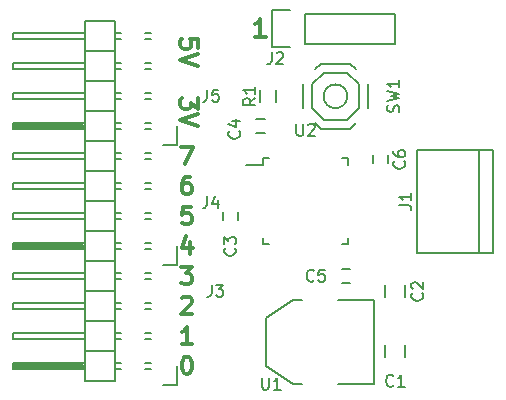
<source format=gbr>
G04 #@! TF.FileFunction,Legend,Top*
%FSLAX46Y46*%
G04 Gerber Fmt 4.6, Leading zero omitted, Abs format (unit mm)*
G04 Created by KiCad (PCBNEW 4.0.6) date Tue Apr 25 22:47:00 2017*
%MOMM*%
%LPD*%
G01*
G04 APERTURE LIST*
%ADD10C,0.100000*%
%ADD11C,0.300000*%
%ADD12C,0.150000*%
G04 APERTURE END LIST*
D10*
D11*
X166163572Y-73703571D02*
X165306429Y-73703571D01*
X165735001Y-73703571D02*
X165735001Y-72203571D01*
X165592144Y-72417857D01*
X165449286Y-72560714D01*
X165306429Y-72632143D01*
X160460429Y-74644287D02*
X160460429Y-73930001D01*
X159746143Y-73858572D01*
X159817571Y-73930001D01*
X159889000Y-74072858D01*
X159889000Y-74430001D01*
X159817571Y-74572858D01*
X159746143Y-74644287D01*
X159603286Y-74715715D01*
X159246143Y-74715715D01*
X159103286Y-74644287D01*
X159031857Y-74572858D01*
X158960429Y-74430001D01*
X158960429Y-74072858D01*
X159031857Y-73930001D01*
X159103286Y-73858572D01*
X160460429Y-75144286D02*
X158960429Y-75644286D01*
X160460429Y-76144286D01*
X160460429Y-78867144D02*
X160460429Y-79795715D01*
X159889000Y-79295715D01*
X159889000Y-79510001D01*
X159817571Y-79652858D01*
X159746143Y-79724287D01*
X159603286Y-79795715D01*
X159246143Y-79795715D01*
X159103286Y-79724287D01*
X159031857Y-79652858D01*
X158960429Y-79510001D01*
X158960429Y-79081429D01*
X159031857Y-78938572D01*
X159103286Y-78867144D01*
X160460429Y-80224286D02*
X158960429Y-80724286D01*
X160460429Y-81224286D01*
X159012001Y-82998571D02*
X160012001Y-82998571D01*
X159369144Y-84498571D01*
X159797715Y-85538571D02*
X159512001Y-85538571D01*
X159369144Y-85610000D01*
X159297715Y-85681429D01*
X159154858Y-85895714D01*
X159083429Y-86181429D01*
X159083429Y-86752857D01*
X159154858Y-86895714D01*
X159226286Y-86967143D01*
X159369144Y-87038571D01*
X159654858Y-87038571D01*
X159797715Y-86967143D01*
X159869144Y-86895714D01*
X159940572Y-86752857D01*
X159940572Y-86395714D01*
X159869144Y-86252857D01*
X159797715Y-86181429D01*
X159654858Y-86110000D01*
X159369144Y-86110000D01*
X159226286Y-86181429D01*
X159154858Y-86252857D01*
X159083429Y-86395714D01*
X159869144Y-88078571D02*
X159154858Y-88078571D01*
X159083429Y-88792857D01*
X159154858Y-88721429D01*
X159297715Y-88650000D01*
X159654858Y-88650000D01*
X159797715Y-88721429D01*
X159869144Y-88792857D01*
X159940572Y-88935714D01*
X159940572Y-89292857D01*
X159869144Y-89435714D01*
X159797715Y-89507143D01*
X159654858Y-89578571D01*
X159297715Y-89578571D01*
X159154858Y-89507143D01*
X159083429Y-89435714D01*
X159797715Y-91118571D02*
X159797715Y-92118571D01*
X159440572Y-90547143D02*
X159083429Y-91618571D01*
X160012001Y-91618571D01*
X159012001Y-93158571D02*
X159940572Y-93158571D01*
X159440572Y-93730000D01*
X159654858Y-93730000D01*
X159797715Y-93801429D01*
X159869144Y-93872857D01*
X159940572Y-94015714D01*
X159940572Y-94372857D01*
X159869144Y-94515714D01*
X159797715Y-94587143D01*
X159654858Y-94658571D01*
X159226286Y-94658571D01*
X159083429Y-94587143D01*
X159012001Y-94515714D01*
X159083429Y-95841429D02*
X159154858Y-95770000D01*
X159297715Y-95698571D01*
X159654858Y-95698571D01*
X159797715Y-95770000D01*
X159869144Y-95841429D01*
X159940572Y-95984286D01*
X159940572Y-96127143D01*
X159869144Y-96341429D01*
X159012001Y-97198571D01*
X159940572Y-97198571D01*
X159940572Y-99738571D02*
X159083429Y-99738571D01*
X159512001Y-99738571D02*
X159512001Y-98238571D01*
X159369144Y-98452857D01*
X159226286Y-98595714D01*
X159083429Y-98667143D01*
X159440572Y-100778571D02*
X159583429Y-100778571D01*
X159726286Y-100850000D01*
X159797715Y-100921429D01*
X159869144Y-101064286D01*
X159940572Y-101350000D01*
X159940572Y-101707143D01*
X159869144Y-101992857D01*
X159797715Y-102135714D01*
X159726286Y-102207143D01*
X159583429Y-102278571D01*
X159440572Y-102278571D01*
X159297715Y-102207143D01*
X159226286Y-102135714D01*
X159154858Y-101992857D01*
X159083429Y-101707143D01*
X159083429Y-101350000D01*
X159154858Y-101064286D01*
X159226286Y-100921429D01*
X159297715Y-100850000D01*
X159440572Y-100778571D01*
D12*
X176315000Y-99830000D02*
X176315000Y-100830000D01*
X178015000Y-100830000D02*
X178015000Y-99830000D01*
X178015000Y-95750000D02*
X178015000Y-94750000D01*
X176315000Y-94750000D02*
X176315000Y-95750000D01*
X162595000Y-89250000D02*
X162595000Y-88550000D01*
X163795000Y-88550000D02*
X163795000Y-89250000D01*
X165385000Y-80680000D02*
X166085000Y-80680000D01*
X166085000Y-81880000D02*
X165385000Y-81880000D01*
X173324000Y-94580000D02*
X172624000Y-94580000D01*
X172624000Y-93380000D02*
X173324000Y-93380000D01*
X176495000Y-83724000D02*
X176495000Y-84424000D01*
X175295000Y-84424000D02*
X175295000Y-83724000D01*
X185427460Y-91980900D02*
X185427460Y-83280900D01*
X179022460Y-91980900D02*
X179022460Y-83280900D01*
X179022460Y-83280900D02*
X185427460Y-83280900D01*
X184197460Y-83280900D02*
X184197460Y-91980900D01*
X185427460Y-91980900D02*
X179022460Y-91980900D01*
X169545000Y-74295000D02*
X177165000Y-74295000D01*
X169545000Y-71755000D02*
X177165000Y-71755000D01*
X166725000Y-71475000D02*
X168275000Y-71475000D01*
X177165000Y-74295000D02*
X177165000Y-71755000D01*
X169545000Y-71755000D02*
X169545000Y-74295000D01*
X168275000Y-74575000D02*
X166725000Y-74575000D01*
X166725000Y-74575000D02*
X166725000Y-71475000D01*
X157480000Y-103150000D02*
X158630000Y-103150000D01*
X158630000Y-103150000D02*
X158630000Y-101600000D01*
X155956000Y-93726000D02*
X156464000Y-93726000D01*
X155956000Y-94234000D02*
X156464000Y-94234000D01*
X155956000Y-96266000D02*
X156464000Y-96266000D01*
X155956000Y-96774000D02*
X156464000Y-96774000D01*
X155956000Y-98806000D02*
X156464000Y-98806000D01*
X155956000Y-99314000D02*
X156464000Y-99314000D01*
X155956000Y-101346000D02*
X156464000Y-101346000D01*
X155956000Y-101854000D02*
X156464000Y-101854000D01*
X153416000Y-101854000D02*
X153924000Y-101854000D01*
X153416000Y-101346000D02*
X153924000Y-101346000D01*
X153416000Y-99314000D02*
X153924000Y-99314000D01*
X153416000Y-98806000D02*
X153924000Y-98806000D01*
X153416000Y-93726000D02*
X153924000Y-93726000D01*
X153416000Y-94234000D02*
X153924000Y-94234000D01*
X153416000Y-96266000D02*
X153924000Y-96266000D01*
X153416000Y-96774000D02*
X153924000Y-96774000D01*
X150876000Y-101727000D02*
X144907000Y-101727000D01*
X144907000Y-101727000D02*
X144907000Y-101473000D01*
X144907000Y-101473000D02*
X150749000Y-101473000D01*
X150749000Y-101473000D02*
X150749000Y-101600000D01*
X150749000Y-101600000D02*
X144907000Y-101600000D01*
X153416000Y-92710000D02*
X150876000Y-92710000D01*
X153416000Y-97790000D02*
X150876000Y-97790000D01*
X153416000Y-97790000D02*
X153416000Y-95250000D01*
X153416000Y-95250000D02*
X150876000Y-95250000D01*
X150876000Y-96774000D02*
X144780000Y-96774000D01*
X144780000Y-96774000D02*
X144780000Y-96266000D01*
X144780000Y-96266000D02*
X150876000Y-96266000D01*
X150876000Y-95250000D02*
X150876000Y-97790000D01*
X150876000Y-92710000D02*
X150876000Y-95250000D01*
X144780000Y-93726000D02*
X150876000Y-93726000D01*
X144780000Y-94234000D02*
X144780000Y-93726000D01*
X150876000Y-94234000D02*
X144780000Y-94234000D01*
X153416000Y-92710000D02*
X150876000Y-92710000D01*
X153416000Y-95250000D02*
X153416000Y-92710000D01*
X153416000Y-95250000D02*
X150876000Y-95250000D01*
X153416000Y-100330000D02*
X150876000Y-100330000D01*
X153416000Y-100330000D02*
X153416000Y-97790000D01*
X153416000Y-97790000D02*
X150876000Y-97790000D01*
X150876000Y-99314000D02*
X144780000Y-99314000D01*
X144780000Y-99314000D02*
X144780000Y-98806000D01*
X144780000Y-98806000D02*
X150876000Y-98806000D01*
X150876000Y-97790000D02*
X150876000Y-100330000D01*
X150876000Y-100330000D02*
X150876000Y-102870000D01*
X144780000Y-101346000D02*
X150876000Y-101346000D01*
X144780000Y-101854000D02*
X144780000Y-101346000D01*
X150876000Y-101854000D02*
X144780000Y-101854000D01*
X153416000Y-100330000D02*
X150876000Y-100330000D01*
X153416000Y-102870000D02*
X153416000Y-100330000D01*
X153416000Y-102870000D02*
X150876000Y-102870000D01*
X157480000Y-92990000D02*
X158630000Y-92990000D01*
X158630000Y-92990000D02*
X158630000Y-91440000D01*
X155956000Y-83566000D02*
X156464000Y-83566000D01*
X155956000Y-84074000D02*
X156464000Y-84074000D01*
X155956000Y-86106000D02*
X156464000Y-86106000D01*
X155956000Y-86614000D02*
X156464000Y-86614000D01*
X155956000Y-88646000D02*
X156464000Y-88646000D01*
X155956000Y-89154000D02*
X156464000Y-89154000D01*
X155956000Y-91186000D02*
X156464000Y-91186000D01*
X155956000Y-91694000D02*
X156464000Y-91694000D01*
X153416000Y-91694000D02*
X153924000Y-91694000D01*
X153416000Y-91186000D02*
X153924000Y-91186000D01*
X153416000Y-89154000D02*
X153924000Y-89154000D01*
X153416000Y-88646000D02*
X153924000Y-88646000D01*
X153416000Y-83566000D02*
X153924000Y-83566000D01*
X153416000Y-84074000D02*
X153924000Y-84074000D01*
X153416000Y-86106000D02*
X153924000Y-86106000D01*
X153416000Y-86614000D02*
X153924000Y-86614000D01*
X150876000Y-91567000D02*
X144907000Y-91567000D01*
X144907000Y-91567000D02*
X144907000Y-91313000D01*
X144907000Y-91313000D02*
X150749000Y-91313000D01*
X150749000Y-91313000D02*
X150749000Y-91440000D01*
X150749000Y-91440000D02*
X144907000Y-91440000D01*
X153416000Y-82550000D02*
X150876000Y-82550000D01*
X153416000Y-87630000D02*
X150876000Y-87630000D01*
X153416000Y-87630000D02*
X153416000Y-85090000D01*
X153416000Y-85090000D02*
X150876000Y-85090000D01*
X150876000Y-86614000D02*
X144780000Y-86614000D01*
X144780000Y-86614000D02*
X144780000Y-86106000D01*
X144780000Y-86106000D02*
X150876000Y-86106000D01*
X150876000Y-85090000D02*
X150876000Y-87630000D01*
X150876000Y-82550000D02*
X150876000Y-85090000D01*
X144780000Y-83566000D02*
X150876000Y-83566000D01*
X144780000Y-84074000D02*
X144780000Y-83566000D01*
X150876000Y-84074000D02*
X144780000Y-84074000D01*
X153416000Y-82550000D02*
X150876000Y-82550000D01*
X153416000Y-85090000D02*
X153416000Y-82550000D01*
X153416000Y-85090000D02*
X150876000Y-85090000D01*
X153416000Y-90170000D02*
X150876000Y-90170000D01*
X153416000Y-90170000D02*
X153416000Y-87630000D01*
X153416000Y-87630000D02*
X150876000Y-87630000D01*
X150876000Y-89154000D02*
X144780000Y-89154000D01*
X144780000Y-89154000D02*
X144780000Y-88646000D01*
X144780000Y-88646000D02*
X150876000Y-88646000D01*
X150876000Y-87630000D02*
X150876000Y-90170000D01*
X150876000Y-90170000D02*
X150876000Y-92710000D01*
X144780000Y-91186000D02*
X150876000Y-91186000D01*
X144780000Y-91694000D02*
X144780000Y-91186000D01*
X150876000Y-91694000D02*
X144780000Y-91694000D01*
X153416000Y-90170000D02*
X150876000Y-90170000D01*
X153416000Y-92710000D02*
X153416000Y-90170000D01*
X153416000Y-92710000D02*
X150876000Y-92710000D01*
X157480000Y-82830000D02*
X158630000Y-82830000D01*
X158630000Y-82830000D02*
X158630000Y-81280000D01*
X155956000Y-73406000D02*
X156464000Y-73406000D01*
X155956000Y-73914000D02*
X156464000Y-73914000D01*
X155956000Y-75946000D02*
X156464000Y-75946000D01*
X155956000Y-76454000D02*
X156464000Y-76454000D01*
X155956000Y-78486000D02*
X156464000Y-78486000D01*
X155956000Y-78994000D02*
X156464000Y-78994000D01*
X155956000Y-81026000D02*
X156464000Y-81026000D01*
X155956000Y-81534000D02*
X156464000Y-81534000D01*
X153416000Y-81534000D02*
X153924000Y-81534000D01*
X153416000Y-81026000D02*
X153924000Y-81026000D01*
X153416000Y-78994000D02*
X153924000Y-78994000D01*
X153416000Y-78486000D02*
X153924000Y-78486000D01*
X153416000Y-73406000D02*
X153924000Y-73406000D01*
X153416000Y-73914000D02*
X153924000Y-73914000D01*
X153416000Y-75946000D02*
X153924000Y-75946000D01*
X153416000Y-76454000D02*
X153924000Y-76454000D01*
X150876000Y-81407000D02*
X144907000Y-81407000D01*
X144907000Y-81407000D02*
X144907000Y-81153000D01*
X144907000Y-81153000D02*
X150749000Y-81153000D01*
X150749000Y-81153000D02*
X150749000Y-81280000D01*
X150749000Y-81280000D02*
X144907000Y-81280000D01*
X153416000Y-72390000D02*
X150876000Y-72390000D01*
X153416000Y-77470000D02*
X150876000Y-77470000D01*
X153416000Y-77470000D02*
X153416000Y-74930000D01*
X153416000Y-74930000D02*
X150876000Y-74930000D01*
X150876000Y-76454000D02*
X144780000Y-76454000D01*
X144780000Y-76454000D02*
X144780000Y-75946000D01*
X144780000Y-75946000D02*
X150876000Y-75946000D01*
X150876000Y-74930000D02*
X150876000Y-77470000D01*
X150876000Y-72390000D02*
X150876000Y-74930000D01*
X144780000Y-73406000D02*
X150876000Y-73406000D01*
X144780000Y-73914000D02*
X144780000Y-73406000D01*
X150876000Y-73914000D02*
X144780000Y-73914000D01*
X153416000Y-72390000D02*
X150876000Y-72390000D01*
X153416000Y-74930000D02*
X153416000Y-72390000D01*
X153416000Y-74930000D02*
X150876000Y-74930000D01*
X153416000Y-80010000D02*
X150876000Y-80010000D01*
X153416000Y-80010000D02*
X153416000Y-77470000D01*
X153416000Y-77470000D02*
X150876000Y-77470000D01*
X150876000Y-78994000D02*
X144780000Y-78994000D01*
X144780000Y-78994000D02*
X144780000Y-78486000D01*
X144780000Y-78486000D02*
X150876000Y-78486000D01*
X150876000Y-77470000D02*
X150876000Y-80010000D01*
X150876000Y-80010000D02*
X150876000Y-82550000D01*
X144780000Y-81026000D02*
X150876000Y-81026000D01*
X144780000Y-81534000D02*
X144780000Y-81026000D01*
X150876000Y-81534000D02*
X144780000Y-81534000D01*
X153416000Y-80010000D02*
X150876000Y-80010000D01*
X153416000Y-82550000D02*
X153416000Y-80010000D01*
X153416000Y-82550000D02*
X150876000Y-82550000D01*
X165695000Y-79240000D02*
X165695000Y-78240000D01*
X167045000Y-78240000D02*
X167045000Y-79240000D01*
X173785000Y-76440000D02*
X173335000Y-75990000D01*
X170385000Y-76440000D02*
X170835000Y-75990000D01*
X170385000Y-81040000D02*
X170835000Y-81490000D01*
X173785000Y-81040000D02*
X173335000Y-81490000D01*
X174085000Y-79740000D02*
X173085000Y-80740000D01*
X173085000Y-80740000D02*
X171085000Y-80740000D01*
X171085000Y-80740000D02*
X170085000Y-79740000D01*
X170085000Y-79740000D02*
X170085000Y-77740000D01*
X170085000Y-77740000D02*
X171085000Y-76740000D01*
X171085000Y-76740000D02*
X173085000Y-76740000D01*
X173085000Y-76740000D02*
X174085000Y-77740000D01*
X174085000Y-77740000D02*
X174085000Y-79740000D01*
X169335000Y-79740000D02*
X169335000Y-77740000D01*
X173335000Y-75990000D02*
X170835000Y-75990000D01*
X174835000Y-79740000D02*
X174835000Y-77740000D01*
X173335000Y-81490000D02*
X170835000Y-81490000D01*
X173085000Y-78740000D02*
G75*
G03X173085000Y-78740000I-1000000J0D01*
G01*
X172339000Y-103124000D02*
X175387000Y-103124000D01*
X175387000Y-103124000D02*
X175387000Y-96012000D01*
X175387000Y-96012000D02*
X172339000Y-96012000D01*
X169291000Y-103124000D02*
X168529000Y-103124000D01*
X168529000Y-103124000D02*
X166243000Y-101600000D01*
X166243000Y-101600000D02*
X166243000Y-97536000D01*
X166243000Y-97536000D02*
X168529000Y-96012000D01*
X168529000Y-96012000D02*
X169291000Y-96012000D01*
X165920000Y-84005000D02*
X165920000Y-84530000D01*
X173170000Y-84005000D02*
X173170000Y-84530000D01*
X173170000Y-91255000D02*
X173170000Y-90730000D01*
X165920000Y-91255000D02*
X165920000Y-90730000D01*
X165920000Y-84005000D02*
X166445000Y-84005000D01*
X165920000Y-91255000D02*
X166445000Y-91255000D01*
X173170000Y-91255000D02*
X172645000Y-91255000D01*
X173170000Y-84005000D02*
X172645000Y-84005000D01*
X165920000Y-84530000D02*
X164545000Y-84530000D01*
X176998334Y-103227143D02*
X176950715Y-103274762D01*
X176807858Y-103322381D01*
X176712620Y-103322381D01*
X176569762Y-103274762D01*
X176474524Y-103179524D01*
X176426905Y-103084286D01*
X176379286Y-102893810D01*
X176379286Y-102750952D01*
X176426905Y-102560476D01*
X176474524Y-102465238D01*
X176569762Y-102370000D01*
X176712620Y-102322381D01*
X176807858Y-102322381D01*
X176950715Y-102370000D01*
X176998334Y-102417619D01*
X177950715Y-103322381D02*
X177379286Y-103322381D01*
X177665000Y-103322381D02*
X177665000Y-102322381D01*
X177569762Y-102465238D01*
X177474524Y-102560476D01*
X177379286Y-102608095D01*
X179427143Y-95416666D02*
X179474762Y-95464285D01*
X179522381Y-95607142D01*
X179522381Y-95702380D01*
X179474762Y-95845238D01*
X179379524Y-95940476D01*
X179284286Y-95988095D01*
X179093810Y-96035714D01*
X178950952Y-96035714D01*
X178760476Y-95988095D01*
X178665238Y-95940476D01*
X178570000Y-95845238D01*
X178522381Y-95702380D01*
X178522381Y-95607142D01*
X178570000Y-95464285D01*
X178617619Y-95416666D01*
X178617619Y-95035714D02*
X178570000Y-94988095D01*
X178522381Y-94892857D01*
X178522381Y-94654761D01*
X178570000Y-94559523D01*
X178617619Y-94511904D01*
X178712857Y-94464285D01*
X178808095Y-94464285D01*
X178950952Y-94511904D01*
X179522381Y-95083333D01*
X179522381Y-94464285D01*
X163552143Y-91606666D02*
X163599762Y-91654285D01*
X163647381Y-91797142D01*
X163647381Y-91892380D01*
X163599762Y-92035238D01*
X163504524Y-92130476D01*
X163409286Y-92178095D01*
X163218810Y-92225714D01*
X163075952Y-92225714D01*
X162885476Y-92178095D01*
X162790238Y-92130476D01*
X162695000Y-92035238D01*
X162647381Y-91892380D01*
X162647381Y-91797142D01*
X162695000Y-91654285D01*
X162742619Y-91606666D01*
X162647381Y-91273333D02*
X162647381Y-90654285D01*
X163028333Y-90987619D01*
X163028333Y-90844761D01*
X163075952Y-90749523D01*
X163123571Y-90701904D01*
X163218810Y-90654285D01*
X163456905Y-90654285D01*
X163552143Y-90701904D01*
X163599762Y-90749523D01*
X163647381Y-90844761D01*
X163647381Y-91130476D01*
X163599762Y-91225714D01*
X163552143Y-91273333D01*
X163933143Y-81700666D02*
X163980762Y-81748285D01*
X164028381Y-81891142D01*
X164028381Y-81986380D01*
X163980762Y-82129238D01*
X163885524Y-82224476D01*
X163790286Y-82272095D01*
X163599810Y-82319714D01*
X163456952Y-82319714D01*
X163266476Y-82272095D01*
X163171238Y-82224476D01*
X163076000Y-82129238D01*
X163028381Y-81986380D01*
X163028381Y-81891142D01*
X163076000Y-81748285D01*
X163123619Y-81700666D01*
X163361714Y-80843523D02*
X164028381Y-80843523D01*
X162980762Y-81081619D02*
X163695048Y-81319714D01*
X163695048Y-80700666D01*
X170267334Y-94337143D02*
X170219715Y-94384762D01*
X170076858Y-94432381D01*
X169981620Y-94432381D01*
X169838762Y-94384762D01*
X169743524Y-94289524D01*
X169695905Y-94194286D01*
X169648286Y-94003810D01*
X169648286Y-93860952D01*
X169695905Y-93670476D01*
X169743524Y-93575238D01*
X169838762Y-93480000D01*
X169981620Y-93432381D01*
X170076858Y-93432381D01*
X170219715Y-93480000D01*
X170267334Y-93527619D01*
X171172096Y-93432381D02*
X170695905Y-93432381D01*
X170648286Y-93908571D01*
X170695905Y-93860952D01*
X170791143Y-93813333D01*
X171029239Y-93813333D01*
X171124477Y-93860952D01*
X171172096Y-93908571D01*
X171219715Y-94003810D01*
X171219715Y-94241905D01*
X171172096Y-94337143D01*
X171124477Y-94384762D01*
X171029239Y-94432381D01*
X170791143Y-94432381D01*
X170695905Y-94384762D01*
X170648286Y-94337143D01*
X177903143Y-84240666D02*
X177950762Y-84288285D01*
X177998381Y-84431142D01*
X177998381Y-84526380D01*
X177950762Y-84669238D01*
X177855524Y-84764476D01*
X177760286Y-84812095D01*
X177569810Y-84859714D01*
X177426952Y-84859714D01*
X177236476Y-84812095D01*
X177141238Y-84764476D01*
X177046000Y-84669238D01*
X176998381Y-84526380D01*
X176998381Y-84431142D01*
X177046000Y-84288285D01*
X177093619Y-84240666D01*
X176998381Y-83383523D02*
X176998381Y-83574000D01*
X177046000Y-83669238D01*
X177093619Y-83716857D01*
X177236476Y-83812095D01*
X177426952Y-83859714D01*
X177807905Y-83859714D01*
X177903143Y-83812095D01*
X177950762Y-83764476D01*
X177998381Y-83669238D01*
X177998381Y-83478761D01*
X177950762Y-83383523D01*
X177903143Y-83335904D01*
X177807905Y-83288285D01*
X177569810Y-83288285D01*
X177474571Y-83335904D01*
X177426952Y-83383523D01*
X177379333Y-83478761D01*
X177379333Y-83669238D01*
X177426952Y-83764476D01*
X177474571Y-83812095D01*
X177569810Y-83859714D01*
X177506381Y-87963333D02*
X178220667Y-87963333D01*
X178363524Y-88010953D01*
X178458762Y-88106191D01*
X178506381Y-88249048D01*
X178506381Y-88344286D01*
X178506381Y-86963333D02*
X178506381Y-87534762D01*
X178506381Y-87249048D02*
X177506381Y-87249048D01*
X177649238Y-87344286D01*
X177744476Y-87439524D01*
X177792095Y-87534762D01*
X166671667Y-75017381D02*
X166671667Y-75731667D01*
X166624047Y-75874524D01*
X166528809Y-75969762D01*
X166385952Y-76017381D01*
X166290714Y-76017381D01*
X167100238Y-75112619D02*
X167147857Y-75065000D01*
X167243095Y-75017381D01*
X167481191Y-75017381D01*
X167576429Y-75065000D01*
X167624048Y-75112619D01*
X167671667Y-75207857D01*
X167671667Y-75303095D01*
X167624048Y-75445952D01*
X167052619Y-76017381D01*
X167671667Y-76017381D01*
X161591667Y-94702381D02*
X161591667Y-95416667D01*
X161544047Y-95559524D01*
X161448809Y-95654762D01*
X161305952Y-95702381D01*
X161210714Y-95702381D01*
X161972619Y-94702381D02*
X162591667Y-94702381D01*
X162258333Y-95083333D01*
X162401191Y-95083333D01*
X162496429Y-95130952D01*
X162544048Y-95178571D01*
X162591667Y-95273810D01*
X162591667Y-95511905D01*
X162544048Y-95607143D01*
X162496429Y-95654762D01*
X162401191Y-95702381D01*
X162115476Y-95702381D01*
X162020238Y-95654762D01*
X161972619Y-95607143D01*
X161210667Y-87209381D02*
X161210667Y-87923667D01*
X161163047Y-88066524D01*
X161067809Y-88161762D01*
X160924952Y-88209381D01*
X160829714Y-88209381D01*
X162115429Y-87542714D02*
X162115429Y-88209381D01*
X161877333Y-87161762D02*
X161639238Y-87876048D01*
X162258286Y-87876048D01*
X161210667Y-78192381D02*
X161210667Y-78906667D01*
X161163047Y-79049524D01*
X161067809Y-79144762D01*
X160924952Y-79192381D01*
X160829714Y-79192381D01*
X162163048Y-78192381D02*
X161686857Y-78192381D01*
X161639238Y-78668571D01*
X161686857Y-78620952D01*
X161782095Y-78573333D01*
X162020191Y-78573333D01*
X162115429Y-78620952D01*
X162163048Y-78668571D01*
X162210667Y-78763810D01*
X162210667Y-79001905D01*
X162163048Y-79097143D01*
X162115429Y-79144762D01*
X162020191Y-79192381D01*
X161782095Y-79192381D01*
X161686857Y-79144762D01*
X161639238Y-79097143D01*
X165298381Y-78906666D02*
X164822190Y-79240000D01*
X165298381Y-79478095D02*
X164298381Y-79478095D01*
X164298381Y-79097142D01*
X164346000Y-79001904D01*
X164393619Y-78954285D01*
X164488857Y-78906666D01*
X164631714Y-78906666D01*
X164726952Y-78954285D01*
X164774571Y-79001904D01*
X164822190Y-79097142D01*
X164822190Y-79478095D01*
X165298381Y-77954285D02*
X165298381Y-78525714D01*
X165298381Y-78240000D02*
X164298381Y-78240000D01*
X164441238Y-78335238D01*
X164536476Y-78430476D01*
X164584095Y-78525714D01*
X177442762Y-80073333D02*
X177490381Y-79930476D01*
X177490381Y-79692380D01*
X177442762Y-79597142D01*
X177395143Y-79549523D01*
X177299905Y-79501904D01*
X177204667Y-79501904D01*
X177109429Y-79549523D01*
X177061810Y-79597142D01*
X177014190Y-79692380D01*
X176966571Y-79882857D01*
X176918952Y-79978095D01*
X176871333Y-80025714D01*
X176776095Y-80073333D01*
X176680857Y-80073333D01*
X176585619Y-80025714D01*
X176538000Y-79978095D01*
X176490381Y-79882857D01*
X176490381Y-79644761D01*
X176538000Y-79501904D01*
X176490381Y-79168571D02*
X177490381Y-78930476D01*
X176776095Y-78739999D01*
X177490381Y-78549523D01*
X176490381Y-78311428D01*
X177490381Y-77406666D02*
X177490381Y-77978095D01*
X177490381Y-77692381D02*
X176490381Y-77692381D01*
X176633238Y-77787619D01*
X176728476Y-77882857D01*
X176776095Y-77978095D01*
X165862095Y-102576381D02*
X165862095Y-103385905D01*
X165909714Y-103481143D01*
X165957333Y-103528762D01*
X166052571Y-103576381D01*
X166243048Y-103576381D01*
X166338286Y-103528762D01*
X166385905Y-103481143D01*
X166433524Y-103385905D01*
X166433524Y-102576381D01*
X167433524Y-103576381D02*
X166862095Y-103576381D01*
X167147809Y-103576381D02*
X167147809Y-102576381D01*
X167052571Y-102719238D01*
X166957333Y-102814476D01*
X166862095Y-102862095D01*
X168783095Y-81082381D02*
X168783095Y-81891905D01*
X168830714Y-81987143D01*
X168878333Y-82034762D01*
X168973571Y-82082381D01*
X169164048Y-82082381D01*
X169259286Y-82034762D01*
X169306905Y-81987143D01*
X169354524Y-81891905D01*
X169354524Y-81082381D01*
X169783095Y-81177619D02*
X169830714Y-81130000D01*
X169925952Y-81082381D01*
X170164048Y-81082381D01*
X170259286Y-81130000D01*
X170306905Y-81177619D01*
X170354524Y-81272857D01*
X170354524Y-81368095D01*
X170306905Y-81510952D01*
X169735476Y-82082381D01*
X170354524Y-82082381D01*
M02*

</source>
